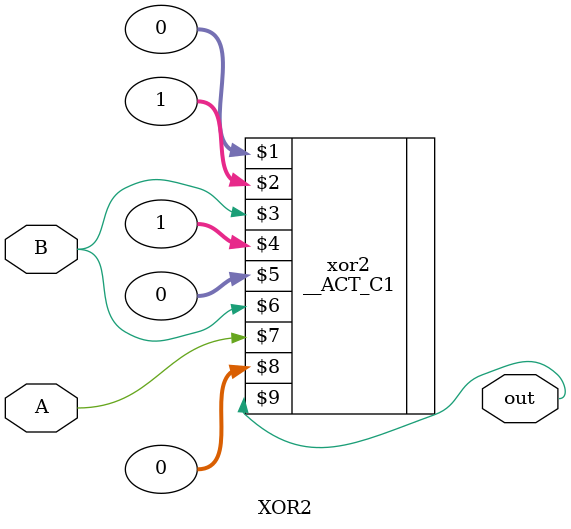
<source format=v>
module XOR2 (
    input A, B,

    output out
);

    __ACT_C1 xor2(0, 1, B, 1, 0, B, A, 0, out);

endmodule
</source>
